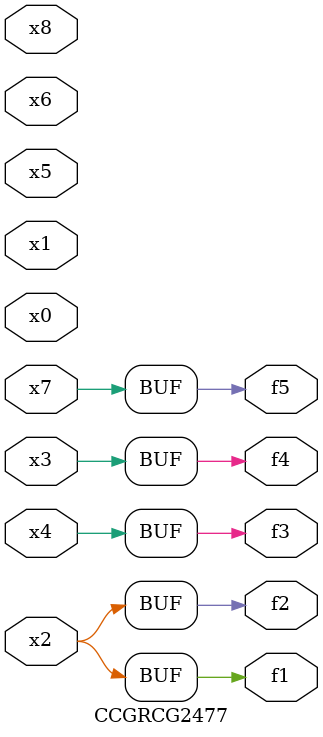
<source format=v>
module CCGRCG2477(
	input x0, x1, x2, x3, x4, x5, x6, x7, x8,
	output f1, f2, f3, f4, f5
);
	assign f1 = x2;
	assign f2 = x2;
	assign f3 = x4;
	assign f4 = x3;
	assign f5 = x7;
endmodule

</source>
